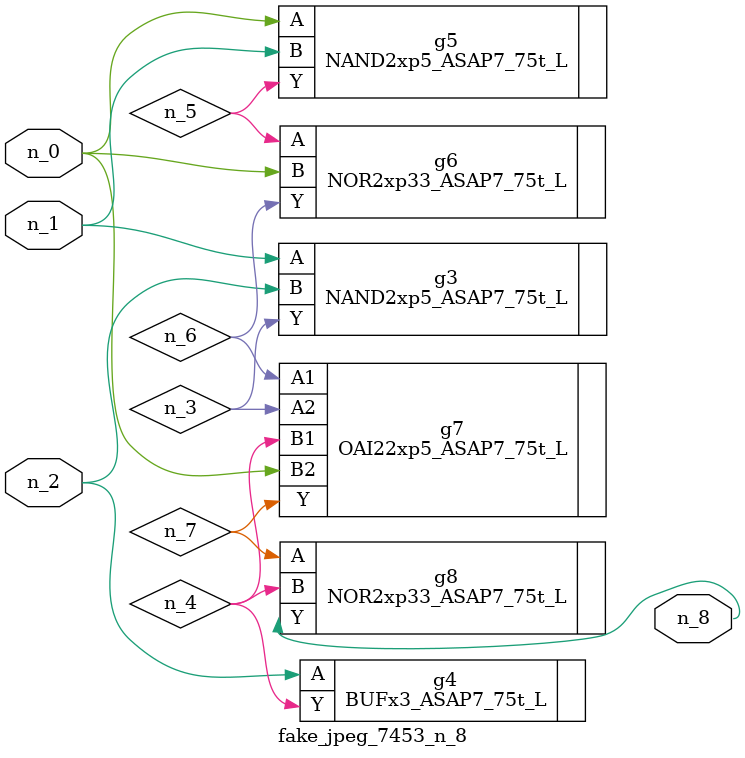
<source format=v>
module fake_jpeg_7453_n_8 (n_0, n_2, n_1, n_8);

input n_0;
input n_2;
input n_1;

output n_8;

wire n_3;
wire n_4;
wire n_6;
wire n_5;
wire n_7;

NAND2xp5_ASAP7_75t_L g3 ( 
.A(n_1),
.B(n_2),
.Y(n_3)
);

BUFx3_ASAP7_75t_L g4 ( 
.A(n_2),
.Y(n_4)
);

NAND2xp5_ASAP7_75t_L g5 ( 
.A(n_0),
.B(n_1),
.Y(n_5)
);

NOR2xp33_ASAP7_75t_L g6 ( 
.A(n_5),
.B(n_0),
.Y(n_6)
);

OAI22xp5_ASAP7_75t_L g7 ( 
.A1(n_6),
.A2(n_3),
.B1(n_4),
.B2(n_0),
.Y(n_7)
);

NOR2xp33_ASAP7_75t_L g8 ( 
.A(n_7),
.B(n_4),
.Y(n_8)
);


endmodule
</source>
